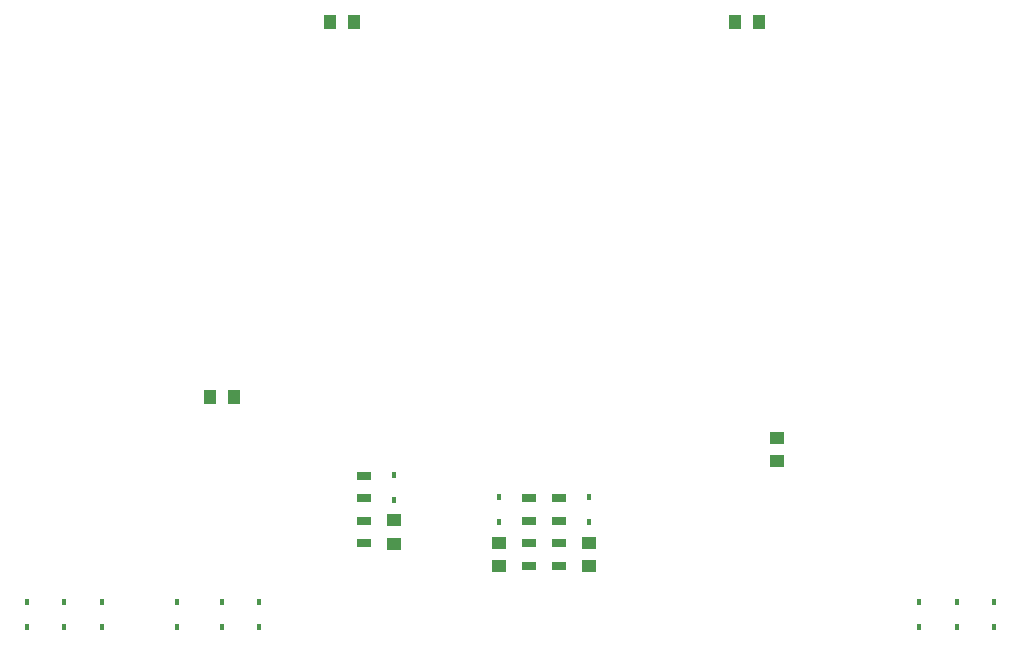
<source format=gbr>
G04 #@! TF.FileFunction,Paste,Bot*
%FSLAX46Y46*%
G04 Gerber Fmt 4.6, Leading zero omitted, Abs format (unit mm)*
G04 Created by KiCad (PCBNEW 4.0.4-stable) date 05/15/17 18:30:56*
%MOMM*%
%LPD*%
G01*
G04 APERTURE LIST*
%ADD10C,0.100000*%
%ADD11R,1.000000X1.250000*%
%ADD12R,1.250000X1.000000*%
%ADD13R,0.450000X0.600000*%
%ADD14R,1.300000X0.700000*%
G04 APERTURE END LIST*
D10*
D11*
X40275000Y-79375000D03*
X42275000Y-79375000D03*
D12*
X88265000Y-82820000D03*
X88265000Y-84820000D03*
D11*
X50435000Y-47625000D03*
X52435000Y-47625000D03*
X84725000Y-47625000D03*
X86725000Y-47625000D03*
D13*
X100330000Y-96740000D03*
X100330000Y-98840000D03*
X103505000Y-96740000D03*
X103505000Y-98840000D03*
X44450000Y-96740000D03*
X44450000Y-98840000D03*
X37465000Y-96740000D03*
X37465000Y-98840000D03*
X106680000Y-96740000D03*
X106680000Y-98840000D03*
X41275000Y-96740000D03*
X41275000Y-98840000D03*
X27940000Y-96740000D03*
X27940000Y-98840000D03*
X24765000Y-96740000D03*
X24765000Y-98840000D03*
D12*
X55880000Y-91805000D03*
X55880000Y-89805000D03*
X72390000Y-93710000D03*
X72390000Y-91710000D03*
X64770000Y-93710000D03*
X64770000Y-91710000D03*
D13*
X31115000Y-96740000D03*
X31115000Y-98840000D03*
X55880000Y-88045000D03*
X55880000Y-85945000D03*
X64770000Y-89950000D03*
X64770000Y-87850000D03*
X72390000Y-89950000D03*
X72390000Y-87850000D03*
D14*
X53340000Y-91755000D03*
X53340000Y-89855000D03*
X53340000Y-87945000D03*
X53340000Y-86045000D03*
X67310000Y-93660000D03*
X67310000Y-91760000D03*
X67310000Y-89850000D03*
X67310000Y-87950000D03*
X69850000Y-93660000D03*
X69850000Y-91760000D03*
X69850000Y-89850000D03*
X69850000Y-87950000D03*
M02*

</source>
